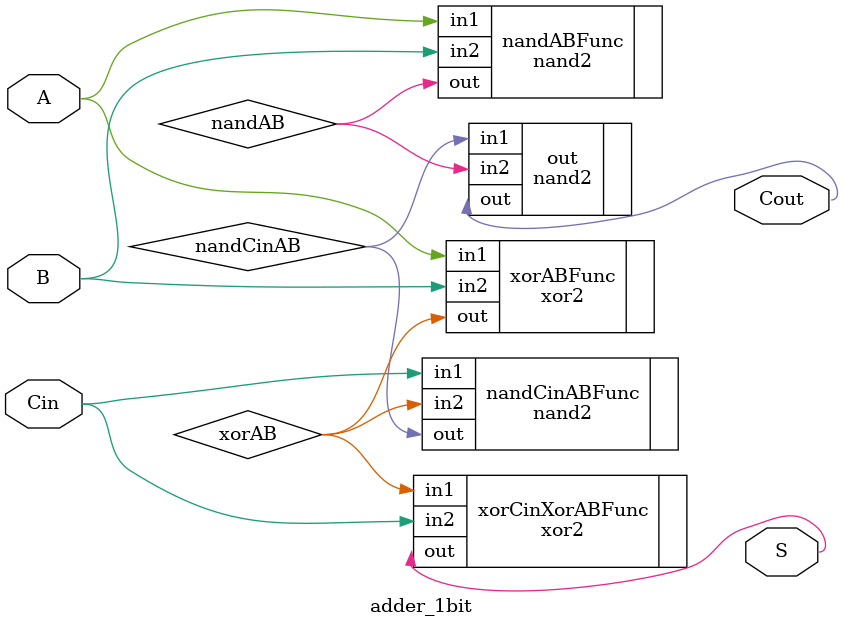
<source format=v>
module adder_1bit(A, B, Cin, S, Cout);
	input A, B, Cin;
	output S, Cout;
    
    wire xorAB;
    wire nandCinAB;
    wire nandAB;

    xor2 xorABFunc(.in1(A), .in2(B), .out(xorAB));
    xor2 xorCinXorABFunc(.in1(xorAB), .in2(Cin), .out(S));
    nand2 nandCinABFunc(.in1(Cin), .in2(xorAB), .out(nandCinAB));
    nand2 nandABFunc(.in1(A), .in2(B), .out(nandAB));
    nand2 out(.in1(nandCinAB), .in2(nandAB), .out(Cout));
    

endmodule

</source>
